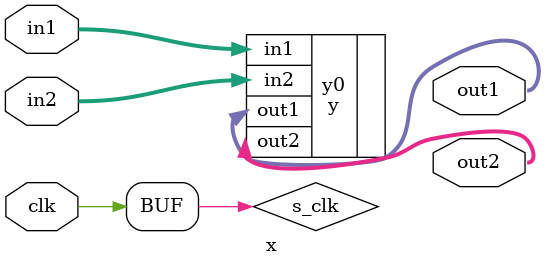
<source format=v>
`include "defines.v"

module x(in1,
         in2,
         out1,
         out2,
         clk);
// Location of source csl unit: file name = tb_multilevel.csl line number = 31
  input [3 - 1:0] in1;
  input [8 - 1:0] in2;
  input clk;
  output [3 - 1:0] out1;
  output [8 - 1:0] out2;
  wire s_clk;
  assign   s_clk = clk;
  y y0(.in1(in1),
       .in2(in2),
       .out1(out1),
       .out2(out2));
  `include "x.logic.vh"
endmodule


</source>
